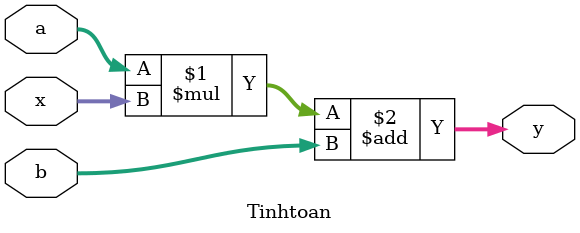
<source format=v>
module Tinhtoan(
	input [31:0] a, b, x,
	output [31:0] y
);
assign y = a*x + b;
endmodule
</source>
